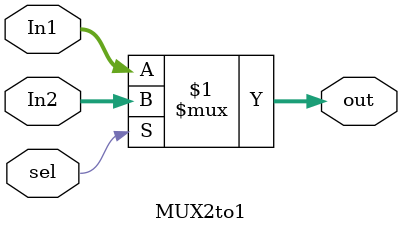
<source format=v>
module MUX2to1 (
    input [31:0] In1, In2,
    input sel,
    output [31:0] out
);
assign out = sel ? In2 : In1; // In2 = ImmExt, In1 = RD2

endmodule

</source>
